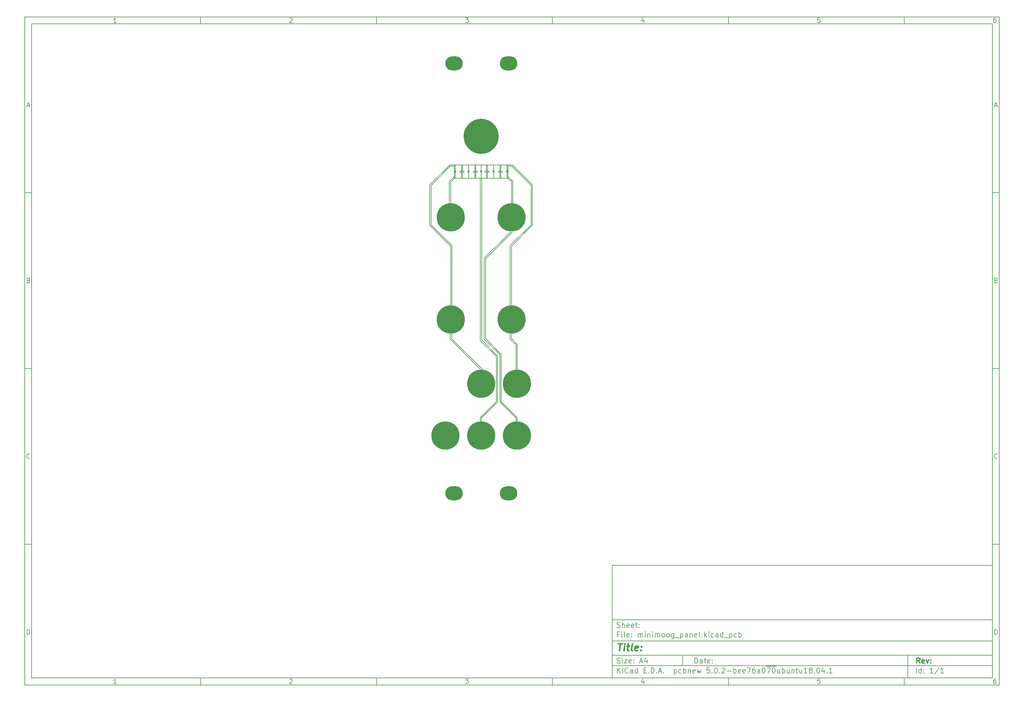
<source format=gbr>
G04 #@! TF.GenerationSoftware,KiCad,Pcbnew,5.0.2-bee76a0~70~ubuntu18.04.1*
G04 #@! TF.CreationDate,2019-05-07T20:11:16+10:00*
G04 #@! TF.ProjectId,minimoog_panel,6d696e69-6d6f-46f6-975f-70616e656c2e,rev?*
G04 #@! TF.SameCoordinates,Original*
G04 #@! TF.FileFunction,Copper,L2,Bot*
G04 #@! TF.FilePolarity,Positive*
%FSLAX46Y46*%
G04 Gerber Fmt 4.6, Leading zero omitted, Abs format (unit mm)*
G04 Created by KiCad (PCBNEW 5.0.2-bee76a0~70~ubuntu18.04.1) date Tue 07 May 2019 20:11:16 AEST*
%MOMM*%
%LPD*%
G01*
G04 APERTURE LIST*
%ADD10C,0.100000*%
%ADD11C,0.150000*%
%ADD12C,0.300000*%
%ADD13C,0.400000*%
G04 #@! TA.AperFunction,ComponentPad*
%ADD14O,5.000000X4.000000*%
G04 #@! TD*
G04 #@! TA.AperFunction,ComponentPad*
%ADD15C,8.000000*%
G04 #@! TD*
G04 #@! TA.AperFunction,ComponentPad*
%ADD16C,0.600000*%
G04 #@! TD*
G04 #@! TA.AperFunction,ComponentPad*
%ADD17C,10.000000*%
G04 #@! TD*
G04 #@! TA.AperFunction,ViaPad*
%ADD18C,0.600000*%
G04 #@! TD*
G04 #@! TA.AperFunction,Conductor*
%ADD19C,0.152400*%
G04 #@! TD*
G04 APERTURE END LIST*
D10*
D11*
X177002200Y-166007200D02*
X177002200Y-198007200D01*
X285002200Y-198007200D01*
X285002200Y-166007200D01*
X177002200Y-166007200D01*
D10*
D11*
X10000000Y-10000000D02*
X10000000Y-200007200D01*
X287002200Y-200007200D01*
X287002200Y-10000000D01*
X10000000Y-10000000D01*
D10*
D11*
X12000000Y-12000000D02*
X12000000Y-198007200D01*
X285002200Y-198007200D01*
X285002200Y-12000000D01*
X12000000Y-12000000D01*
D10*
D11*
X60000000Y-12000000D02*
X60000000Y-10000000D01*
D10*
D11*
X110000000Y-12000000D02*
X110000000Y-10000000D01*
D10*
D11*
X160000000Y-12000000D02*
X160000000Y-10000000D01*
D10*
D11*
X210000000Y-12000000D02*
X210000000Y-10000000D01*
D10*
D11*
X260000000Y-12000000D02*
X260000000Y-10000000D01*
D10*
D11*
X36065476Y-11588095D02*
X35322619Y-11588095D01*
X35694047Y-11588095D02*
X35694047Y-10288095D01*
X35570238Y-10473809D01*
X35446428Y-10597619D01*
X35322619Y-10659523D01*
D10*
D11*
X85322619Y-10411904D02*
X85384523Y-10350000D01*
X85508333Y-10288095D01*
X85817857Y-10288095D01*
X85941666Y-10350000D01*
X86003571Y-10411904D01*
X86065476Y-10535714D01*
X86065476Y-10659523D01*
X86003571Y-10845238D01*
X85260714Y-11588095D01*
X86065476Y-11588095D01*
D10*
D11*
X135260714Y-10288095D02*
X136065476Y-10288095D01*
X135632142Y-10783333D01*
X135817857Y-10783333D01*
X135941666Y-10845238D01*
X136003571Y-10907142D01*
X136065476Y-11030952D01*
X136065476Y-11340476D01*
X136003571Y-11464285D01*
X135941666Y-11526190D01*
X135817857Y-11588095D01*
X135446428Y-11588095D01*
X135322619Y-11526190D01*
X135260714Y-11464285D01*
D10*
D11*
X185941666Y-10721428D02*
X185941666Y-11588095D01*
X185632142Y-10226190D02*
X185322619Y-11154761D01*
X186127380Y-11154761D01*
D10*
D11*
X236003571Y-10288095D02*
X235384523Y-10288095D01*
X235322619Y-10907142D01*
X235384523Y-10845238D01*
X235508333Y-10783333D01*
X235817857Y-10783333D01*
X235941666Y-10845238D01*
X236003571Y-10907142D01*
X236065476Y-11030952D01*
X236065476Y-11340476D01*
X236003571Y-11464285D01*
X235941666Y-11526190D01*
X235817857Y-11588095D01*
X235508333Y-11588095D01*
X235384523Y-11526190D01*
X235322619Y-11464285D01*
D10*
D11*
X285941666Y-10288095D02*
X285694047Y-10288095D01*
X285570238Y-10350000D01*
X285508333Y-10411904D01*
X285384523Y-10597619D01*
X285322619Y-10845238D01*
X285322619Y-11340476D01*
X285384523Y-11464285D01*
X285446428Y-11526190D01*
X285570238Y-11588095D01*
X285817857Y-11588095D01*
X285941666Y-11526190D01*
X286003571Y-11464285D01*
X286065476Y-11340476D01*
X286065476Y-11030952D01*
X286003571Y-10907142D01*
X285941666Y-10845238D01*
X285817857Y-10783333D01*
X285570238Y-10783333D01*
X285446428Y-10845238D01*
X285384523Y-10907142D01*
X285322619Y-11030952D01*
D10*
D11*
X60000000Y-198007200D02*
X60000000Y-200007200D01*
D10*
D11*
X110000000Y-198007200D02*
X110000000Y-200007200D01*
D10*
D11*
X160000000Y-198007200D02*
X160000000Y-200007200D01*
D10*
D11*
X210000000Y-198007200D02*
X210000000Y-200007200D01*
D10*
D11*
X260000000Y-198007200D02*
X260000000Y-200007200D01*
D10*
D11*
X36065476Y-199595295D02*
X35322619Y-199595295D01*
X35694047Y-199595295D02*
X35694047Y-198295295D01*
X35570238Y-198481009D01*
X35446428Y-198604819D01*
X35322619Y-198666723D01*
D10*
D11*
X85322619Y-198419104D02*
X85384523Y-198357200D01*
X85508333Y-198295295D01*
X85817857Y-198295295D01*
X85941666Y-198357200D01*
X86003571Y-198419104D01*
X86065476Y-198542914D01*
X86065476Y-198666723D01*
X86003571Y-198852438D01*
X85260714Y-199595295D01*
X86065476Y-199595295D01*
D10*
D11*
X135260714Y-198295295D02*
X136065476Y-198295295D01*
X135632142Y-198790533D01*
X135817857Y-198790533D01*
X135941666Y-198852438D01*
X136003571Y-198914342D01*
X136065476Y-199038152D01*
X136065476Y-199347676D01*
X136003571Y-199471485D01*
X135941666Y-199533390D01*
X135817857Y-199595295D01*
X135446428Y-199595295D01*
X135322619Y-199533390D01*
X135260714Y-199471485D01*
D10*
D11*
X185941666Y-198728628D02*
X185941666Y-199595295D01*
X185632142Y-198233390D02*
X185322619Y-199161961D01*
X186127380Y-199161961D01*
D10*
D11*
X236003571Y-198295295D02*
X235384523Y-198295295D01*
X235322619Y-198914342D01*
X235384523Y-198852438D01*
X235508333Y-198790533D01*
X235817857Y-198790533D01*
X235941666Y-198852438D01*
X236003571Y-198914342D01*
X236065476Y-199038152D01*
X236065476Y-199347676D01*
X236003571Y-199471485D01*
X235941666Y-199533390D01*
X235817857Y-199595295D01*
X235508333Y-199595295D01*
X235384523Y-199533390D01*
X235322619Y-199471485D01*
D10*
D11*
X285941666Y-198295295D02*
X285694047Y-198295295D01*
X285570238Y-198357200D01*
X285508333Y-198419104D01*
X285384523Y-198604819D01*
X285322619Y-198852438D01*
X285322619Y-199347676D01*
X285384523Y-199471485D01*
X285446428Y-199533390D01*
X285570238Y-199595295D01*
X285817857Y-199595295D01*
X285941666Y-199533390D01*
X286003571Y-199471485D01*
X286065476Y-199347676D01*
X286065476Y-199038152D01*
X286003571Y-198914342D01*
X285941666Y-198852438D01*
X285817857Y-198790533D01*
X285570238Y-198790533D01*
X285446428Y-198852438D01*
X285384523Y-198914342D01*
X285322619Y-199038152D01*
D10*
D11*
X10000000Y-60000000D02*
X12000000Y-60000000D01*
D10*
D11*
X10000000Y-110000000D02*
X12000000Y-110000000D01*
D10*
D11*
X10000000Y-160000000D02*
X12000000Y-160000000D01*
D10*
D11*
X10690476Y-35216666D02*
X11309523Y-35216666D01*
X10566666Y-35588095D02*
X11000000Y-34288095D01*
X11433333Y-35588095D01*
D10*
D11*
X11092857Y-84907142D02*
X11278571Y-84969047D01*
X11340476Y-85030952D01*
X11402380Y-85154761D01*
X11402380Y-85340476D01*
X11340476Y-85464285D01*
X11278571Y-85526190D01*
X11154761Y-85588095D01*
X10659523Y-85588095D01*
X10659523Y-84288095D01*
X11092857Y-84288095D01*
X11216666Y-84350000D01*
X11278571Y-84411904D01*
X11340476Y-84535714D01*
X11340476Y-84659523D01*
X11278571Y-84783333D01*
X11216666Y-84845238D01*
X11092857Y-84907142D01*
X10659523Y-84907142D01*
D10*
D11*
X11402380Y-135464285D02*
X11340476Y-135526190D01*
X11154761Y-135588095D01*
X11030952Y-135588095D01*
X10845238Y-135526190D01*
X10721428Y-135402380D01*
X10659523Y-135278571D01*
X10597619Y-135030952D01*
X10597619Y-134845238D01*
X10659523Y-134597619D01*
X10721428Y-134473809D01*
X10845238Y-134350000D01*
X11030952Y-134288095D01*
X11154761Y-134288095D01*
X11340476Y-134350000D01*
X11402380Y-134411904D01*
D10*
D11*
X10659523Y-185588095D02*
X10659523Y-184288095D01*
X10969047Y-184288095D01*
X11154761Y-184350000D01*
X11278571Y-184473809D01*
X11340476Y-184597619D01*
X11402380Y-184845238D01*
X11402380Y-185030952D01*
X11340476Y-185278571D01*
X11278571Y-185402380D01*
X11154761Y-185526190D01*
X10969047Y-185588095D01*
X10659523Y-185588095D01*
D10*
D11*
X287002200Y-60000000D02*
X285002200Y-60000000D01*
D10*
D11*
X287002200Y-110000000D02*
X285002200Y-110000000D01*
D10*
D11*
X287002200Y-160000000D02*
X285002200Y-160000000D01*
D10*
D11*
X285692676Y-35216666D02*
X286311723Y-35216666D01*
X285568866Y-35588095D02*
X286002200Y-34288095D01*
X286435533Y-35588095D01*
D10*
D11*
X286095057Y-84907142D02*
X286280771Y-84969047D01*
X286342676Y-85030952D01*
X286404580Y-85154761D01*
X286404580Y-85340476D01*
X286342676Y-85464285D01*
X286280771Y-85526190D01*
X286156961Y-85588095D01*
X285661723Y-85588095D01*
X285661723Y-84288095D01*
X286095057Y-84288095D01*
X286218866Y-84350000D01*
X286280771Y-84411904D01*
X286342676Y-84535714D01*
X286342676Y-84659523D01*
X286280771Y-84783333D01*
X286218866Y-84845238D01*
X286095057Y-84907142D01*
X285661723Y-84907142D01*
D10*
D11*
X286404580Y-135464285D02*
X286342676Y-135526190D01*
X286156961Y-135588095D01*
X286033152Y-135588095D01*
X285847438Y-135526190D01*
X285723628Y-135402380D01*
X285661723Y-135278571D01*
X285599819Y-135030952D01*
X285599819Y-134845238D01*
X285661723Y-134597619D01*
X285723628Y-134473809D01*
X285847438Y-134350000D01*
X286033152Y-134288095D01*
X286156961Y-134288095D01*
X286342676Y-134350000D01*
X286404580Y-134411904D01*
D10*
D11*
X285661723Y-185588095D02*
X285661723Y-184288095D01*
X285971247Y-184288095D01*
X286156961Y-184350000D01*
X286280771Y-184473809D01*
X286342676Y-184597619D01*
X286404580Y-184845238D01*
X286404580Y-185030952D01*
X286342676Y-185278571D01*
X286280771Y-185402380D01*
X286156961Y-185526190D01*
X285971247Y-185588095D01*
X285661723Y-185588095D01*
D10*
D11*
X200434342Y-193785771D02*
X200434342Y-192285771D01*
X200791485Y-192285771D01*
X201005771Y-192357200D01*
X201148628Y-192500057D01*
X201220057Y-192642914D01*
X201291485Y-192928628D01*
X201291485Y-193142914D01*
X201220057Y-193428628D01*
X201148628Y-193571485D01*
X201005771Y-193714342D01*
X200791485Y-193785771D01*
X200434342Y-193785771D01*
X202577200Y-193785771D02*
X202577200Y-193000057D01*
X202505771Y-192857200D01*
X202362914Y-192785771D01*
X202077200Y-192785771D01*
X201934342Y-192857200D01*
X202577200Y-193714342D02*
X202434342Y-193785771D01*
X202077200Y-193785771D01*
X201934342Y-193714342D01*
X201862914Y-193571485D01*
X201862914Y-193428628D01*
X201934342Y-193285771D01*
X202077200Y-193214342D01*
X202434342Y-193214342D01*
X202577200Y-193142914D01*
X203077200Y-192785771D02*
X203648628Y-192785771D01*
X203291485Y-192285771D02*
X203291485Y-193571485D01*
X203362914Y-193714342D01*
X203505771Y-193785771D01*
X203648628Y-193785771D01*
X204720057Y-193714342D02*
X204577200Y-193785771D01*
X204291485Y-193785771D01*
X204148628Y-193714342D01*
X204077200Y-193571485D01*
X204077200Y-193000057D01*
X204148628Y-192857200D01*
X204291485Y-192785771D01*
X204577200Y-192785771D01*
X204720057Y-192857200D01*
X204791485Y-193000057D01*
X204791485Y-193142914D01*
X204077200Y-193285771D01*
X205434342Y-193642914D02*
X205505771Y-193714342D01*
X205434342Y-193785771D01*
X205362914Y-193714342D01*
X205434342Y-193642914D01*
X205434342Y-193785771D01*
X205434342Y-192857200D02*
X205505771Y-192928628D01*
X205434342Y-193000057D01*
X205362914Y-192928628D01*
X205434342Y-192857200D01*
X205434342Y-193000057D01*
D10*
D11*
X177002200Y-194507200D02*
X285002200Y-194507200D01*
D10*
D11*
X178434342Y-196585771D02*
X178434342Y-195085771D01*
X179291485Y-196585771D02*
X178648628Y-195728628D01*
X179291485Y-195085771D02*
X178434342Y-195942914D01*
X179934342Y-196585771D02*
X179934342Y-195585771D01*
X179934342Y-195085771D02*
X179862914Y-195157200D01*
X179934342Y-195228628D01*
X180005771Y-195157200D01*
X179934342Y-195085771D01*
X179934342Y-195228628D01*
X181505771Y-196442914D02*
X181434342Y-196514342D01*
X181220057Y-196585771D01*
X181077200Y-196585771D01*
X180862914Y-196514342D01*
X180720057Y-196371485D01*
X180648628Y-196228628D01*
X180577200Y-195942914D01*
X180577200Y-195728628D01*
X180648628Y-195442914D01*
X180720057Y-195300057D01*
X180862914Y-195157200D01*
X181077200Y-195085771D01*
X181220057Y-195085771D01*
X181434342Y-195157200D01*
X181505771Y-195228628D01*
X182791485Y-196585771D02*
X182791485Y-195800057D01*
X182720057Y-195657200D01*
X182577200Y-195585771D01*
X182291485Y-195585771D01*
X182148628Y-195657200D01*
X182791485Y-196514342D02*
X182648628Y-196585771D01*
X182291485Y-196585771D01*
X182148628Y-196514342D01*
X182077200Y-196371485D01*
X182077200Y-196228628D01*
X182148628Y-196085771D01*
X182291485Y-196014342D01*
X182648628Y-196014342D01*
X182791485Y-195942914D01*
X184148628Y-196585771D02*
X184148628Y-195085771D01*
X184148628Y-196514342D02*
X184005771Y-196585771D01*
X183720057Y-196585771D01*
X183577200Y-196514342D01*
X183505771Y-196442914D01*
X183434342Y-196300057D01*
X183434342Y-195871485D01*
X183505771Y-195728628D01*
X183577200Y-195657200D01*
X183720057Y-195585771D01*
X184005771Y-195585771D01*
X184148628Y-195657200D01*
X186005771Y-195800057D02*
X186505771Y-195800057D01*
X186720057Y-196585771D02*
X186005771Y-196585771D01*
X186005771Y-195085771D01*
X186720057Y-195085771D01*
X187362914Y-196442914D02*
X187434342Y-196514342D01*
X187362914Y-196585771D01*
X187291485Y-196514342D01*
X187362914Y-196442914D01*
X187362914Y-196585771D01*
X188077200Y-196585771D02*
X188077200Y-195085771D01*
X188434342Y-195085771D01*
X188648628Y-195157200D01*
X188791485Y-195300057D01*
X188862914Y-195442914D01*
X188934342Y-195728628D01*
X188934342Y-195942914D01*
X188862914Y-196228628D01*
X188791485Y-196371485D01*
X188648628Y-196514342D01*
X188434342Y-196585771D01*
X188077200Y-196585771D01*
X189577200Y-196442914D02*
X189648628Y-196514342D01*
X189577200Y-196585771D01*
X189505771Y-196514342D01*
X189577200Y-196442914D01*
X189577200Y-196585771D01*
X190220057Y-196157200D02*
X190934342Y-196157200D01*
X190077200Y-196585771D02*
X190577200Y-195085771D01*
X191077200Y-196585771D01*
X191577200Y-196442914D02*
X191648628Y-196514342D01*
X191577200Y-196585771D01*
X191505771Y-196514342D01*
X191577200Y-196442914D01*
X191577200Y-196585771D01*
X194577200Y-195585771D02*
X194577200Y-197085771D01*
X194577200Y-195657200D02*
X194720057Y-195585771D01*
X195005771Y-195585771D01*
X195148628Y-195657200D01*
X195220057Y-195728628D01*
X195291485Y-195871485D01*
X195291485Y-196300057D01*
X195220057Y-196442914D01*
X195148628Y-196514342D01*
X195005771Y-196585771D01*
X194720057Y-196585771D01*
X194577200Y-196514342D01*
X196577200Y-196514342D02*
X196434342Y-196585771D01*
X196148628Y-196585771D01*
X196005771Y-196514342D01*
X195934342Y-196442914D01*
X195862914Y-196300057D01*
X195862914Y-195871485D01*
X195934342Y-195728628D01*
X196005771Y-195657200D01*
X196148628Y-195585771D01*
X196434342Y-195585771D01*
X196577200Y-195657200D01*
X197220057Y-196585771D02*
X197220057Y-195085771D01*
X197220057Y-195657200D02*
X197362914Y-195585771D01*
X197648628Y-195585771D01*
X197791485Y-195657200D01*
X197862914Y-195728628D01*
X197934342Y-195871485D01*
X197934342Y-196300057D01*
X197862914Y-196442914D01*
X197791485Y-196514342D01*
X197648628Y-196585771D01*
X197362914Y-196585771D01*
X197220057Y-196514342D01*
X198577200Y-195585771D02*
X198577200Y-196585771D01*
X198577200Y-195728628D02*
X198648628Y-195657200D01*
X198791485Y-195585771D01*
X199005771Y-195585771D01*
X199148628Y-195657200D01*
X199220057Y-195800057D01*
X199220057Y-196585771D01*
X200505771Y-196514342D02*
X200362914Y-196585771D01*
X200077200Y-196585771D01*
X199934342Y-196514342D01*
X199862914Y-196371485D01*
X199862914Y-195800057D01*
X199934342Y-195657200D01*
X200077200Y-195585771D01*
X200362914Y-195585771D01*
X200505771Y-195657200D01*
X200577200Y-195800057D01*
X200577200Y-195942914D01*
X199862914Y-196085771D01*
X201077200Y-195585771D02*
X201362914Y-196585771D01*
X201648628Y-195871485D01*
X201934342Y-196585771D01*
X202220057Y-195585771D01*
X204648628Y-195085771D02*
X203934342Y-195085771D01*
X203862914Y-195800057D01*
X203934342Y-195728628D01*
X204077200Y-195657200D01*
X204434342Y-195657200D01*
X204577200Y-195728628D01*
X204648628Y-195800057D01*
X204720057Y-195942914D01*
X204720057Y-196300057D01*
X204648628Y-196442914D01*
X204577200Y-196514342D01*
X204434342Y-196585771D01*
X204077200Y-196585771D01*
X203934342Y-196514342D01*
X203862914Y-196442914D01*
X205362914Y-196442914D02*
X205434342Y-196514342D01*
X205362914Y-196585771D01*
X205291485Y-196514342D01*
X205362914Y-196442914D01*
X205362914Y-196585771D01*
X206362914Y-195085771D02*
X206505771Y-195085771D01*
X206648628Y-195157200D01*
X206720057Y-195228628D01*
X206791485Y-195371485D01*
X206862914Y-195657200D01*
X206862914Y-196014342D01*
X206791485Y-196300057D01*
X206720057Y-196442914D01*
X206648628Y-196514342D01*
X206505771Y-196585771D01*
X206362914Y-196585771D01*
X206220057Y-196514342D01*
X206148628Y-196442914D01*
X206077200Y-196300057D01*
X206005771Y-196014342D01*
X206005771Y-195657200D01*
X206077200Y-195371485D01*
X206148628Y-195228628D01*
X206220057Y-195157200D01*
X206362914Y-195085771D01*
X207505771Y-196442914D02*
X207577200Y-196514342D01*
X207505771Y-196585771D01*
X207434342Y-196514342D01*
X207505771Y-196442914D01*
X207505771Y-196585771D01*
X208148628Y-195228628D02*
X208220057Y-195157200D01*
X208362914Y-195085771D01*
X208720057Y-195085771D01*
X208862914Y-195157200D01*
X208934342Y-195228628D01*
X209005771Y-195371485D01*
X209005771Y-195514342D01*
X208934342Y-195728628D01*
X208077200Y-196585771D01*
X209005771Y-196585771D01*
X209648628Y-196014342D02*
X210791485Y-196014342D01*
X211505771Y-196585771D02*
X211505771Y-195085771D01*
X211505771Y-195657200D02*
X211648628Y-195585771D01*
X211934342Y-195585771D01*
X212077200Y-195657200D01*
X212148628Y-195728628D01*
X212220057Y-195871485D01*
X212220057Y-196300057D01*
X212148628Y-196442914D01*
X212077200Y-196514342D01*
X211934342Y-196585771D01*
X211648628Y-196585771D01*
X211505771Y-196514342D01*
X213434342Y-196514342D02*
X213291485Y-196585771D01*
X213005771Y-196585771D01*
X212862914Y-196514342D01*
X212791485Y-196371485D01*
X212791485Y-195800057D01*
X212862914Y-195657200D01*
X213005771Y-195585771D01*
X213291485Y-195585771D01*
X213434342Y-195657200D01*
X213505771Y-195800057D01*
X213505771Y-195942914D01*
X212791485Y-196085771D01*
X214720057Y-196514342D02*
X214577200Y-196585771D01*
X214291485Y-196585771D01*
X214148628Y-196514342D01*
X214077200Y-196371485D01*
X214077200Y-195800057D01*
X214148628Y-195657200D01*
X214291485Y-195585771D01*
X214577200Y-195585771D01*
X214720057Y-195657200D01*
X214791485Y-195800057D01*
X214791485Y-195942914D01*
X214077200Y-196085771D01*
X215291485Y-195085771D02*
X216291485Y-195085771D01*
X215648628Y-196585771D01*
X217505771Y-195085771D02*
X217220057Y-195085771D01*
X217077200Y-195157200D01*
X217005771Y-195228628D01*
X216862914Y-195442914D01*
X216791485Y-195728628D01*
X216791485Y-196300057D01*
X216862914Y-196442914D01*
X216934342Y-196514342D01*
X217077200Y-196585771D01*
X217362914Y-196585771D01*
X217505771Y-196514342D01*
X217577200Y-196442914D01*
X217648628Y-196300057D01*
X217648628Y-195942914D01*
X217577200Y-195800057D01*
X217505771Y-195728628D01*
X217362914Y-195657200D01*
X217077200Y-195657200D01*
X216934342Y-195728628D01*
X216862914Y-195800057D01*
X216791485Y-195942914D01*
X218934342Y-196585771D02*
X218934342Y-195800057D01*
X218862914Y-195657200D01*
X218720057Y-195585771D01*
X218434342Y-195585771D01*
X218291485Y-195657200D01*
X218934342Y-196514342D02*
X218791485Y-196585771D01*
X218434342Y-196585771D01*
X218291485Y-196514342D01*
X218220057Y-196371485D01*
X218220057Y-196228628D01*
X218291485Y-196085771D01*
X218434342Y-196014342D01*
X218791485Y-196014342D01*
X218934342Y-195942914D01*
X219934342Y-195085771D02*
X220077200Y-195085771D01*
X220220057Y-195157200D01*
X220291485Y-195228628D01*
X220362914Y-195371485D01*
X220434342Y-195657200D01*
X220434342Y-196014342D01*
X220362914Y-196300057D01*
X220291485Y-196442914D01*
X220220057Y-196514342D01*
X220077200Y-196585771D01*
X219934342Y-196585771D01*
X219791485Y-196514342D01*
X219720057Y-196442914D01*
X219648628Y-196300057D01*
X219577200Y-196014342D01*
X219577200Y-195657200D01*
X219648628Y-195371485D01*
X219720057Y-195228628D01*
X219791485Y-195157200D01*
X219934342Y-195085771D01*
X220720057Y-194677200D02*
X222148628Y-194677200D01*
X220934342Y-195085771D02*
X221934342Y-195085771D01*
X221291485Y-196585771D01*
X222148628Y-194677200D02*
X223577200Y-194677200D01*
X222791485Y-195085771D02*
X222934342Y-195085771D01*
X223077200Y-195157200D01*
X223148628Y-195228628D01*
X223220057Y-195371485D01*
X223291485Y-195657200D01*
X223291485Y-196014342D01*
X223220057Y-196300057D01*
X223148628Y-196442914D01*
X223077200Y-196514342D01*
X222934342Y-196585771D01*
X222791485Y-196585771D01*
X222648628Y-196514342D01*
X222577200Y-196442914D01*
X222505771Y-196300057D01*
X222434342Y-196014342D01*
X222434342Y-195657200D01*
X222505771Y-195371485D01*
X222577200Y-195228628D01*
X222648628Y-195157200D01*
X222791485Y-195085771D01*
X224577200Y-195585771D02*
X224577200Y-196585771D01*
X223934342Y-195585771D02*
X223934342Y-196371485D01*
X224005771Y-196514342D01*
X224148628Y-196585771D01*
X224362914Y-196585771D01*
X224505771Y-196514342D01*
X224577200Y-196442914D01*
X225291485Y-196585771D02*
X225291485Y-195085771D01*
X225291485Y-195657200D02*
X225434342Y-195585771D01*
X225720057Y-195585771D01*
X225862914Y-195657200D01*
X225934342Y-195728628D01*
X226005771Y-195871485D01*
X226005771Y-196300057D01*
X225934342Y-196442914D01*
X225862914Y-196514342D01*
X225720057Y-196585771D01*
X225434342Y-196585771D01*
X225291485Y-196514342D01*
X227291485Y-195585771D02*
X227291485Y-196585771D01*
X226648628Y-195585771D02*
X226648628Y-196371485D01*
X226720057Y-196514342D01*
X226862914Y-196585771D01*
X227077200Y-196585771D01*
X227220057Y-196514342D01*
X227291485Y-196442914D01*
X228005771Y-195585771D02*
X228005771Y-196585771D01*
X228005771Y-195728628D02*
X228077200Y-195657200D01*
X228220057Y-195585771D01*
X228434342Y-195585771D01*
X228577200Y-195657200D01*
X228648628Y-195800057D01*
X228648628Y-196585771D01*
X229148628Y-195585771D02*
X229720057Y-195585771D01*
X229362914Y-195085771D02*
X229362914Y-196371485D01*
X229434342Y-196514342D01*
X229577200Y-196585771D01*
X229720057Y-196585771D01*
X230862914Y-195585771D02*
X230862914Y-196585771D01*
X230220057Y-195585771D02*
X230220057Y-196371485D01*
X230291485Y-196514342D01*
X230434342Y-196585771D01*
X230648628Y-196585771D01*
X230791485Y-196514342D01*
X230862914Y-196442914D01*
X232362914Y-196585771D02*
X231505771Y-196585771D01*
X231934342Y-196585771D02*
X231934342Y-195085771D01*
X231791485Y-195300057D01*
X231648628Y-195442914D01*
X231505771Y-195514342D01*
X233220057Y-195728628D02*
X233077200Y-195657200D01*
X233005771Y-195585771D01*
X232934342Y-195442914D01*
X232934342Y-195371485D01*
X233005771Y-195228628D01*
X233077200Y-195157200D01*
X233220057Y-195085771D01*
X233505771Y-195085771D01*
X233648628Y-195157200D01*
X233720057Y-195228628D01*
X233791485Y-195371485D01*
X233791485Y-195442914D01*
X233720057Y-195585771D01*
X233648628Y-195657200D01*
X233505771Y-195728628D01*
X233220057Y-195728628D01*
X233077200Y-195800057D01*
X233005771Y-195871485D01*
X232934342Y-196014342D01*
X232934342Y-196300057D01*
X233005771Y-196442914D01*
X233077200Y-196514342D01*
X233220057Y-196585771D01*
X233505771Y-196585771D01*
X233648628Y-196514342D01*
X233720057Y-196442914D01*
X233791485Y-196300057D01*
X233791485Y-196014342D01*
X233720057Y-195871485D01*
X233648628Y-195800057D01*
X233505771Y-195728628D01*
X234434342Y-196442914D02*
X234505771Y-196514342D01*
X234434342Y-196585771D01*
X234362914Y-196514342D01*
X234434342Y-196442914D01*
X234434342Y-196585771D01*
X235434342Y-195085771D02*
X235577200Y-195085771D01*
X235720057Y-195157200D01*
X235791485Y-195228628D01*
X235862914Y-195371485D01*
X235934342Y-195657200D01*
X235934342Y-196014342D01*
X235862914Y-196300057D01*
X235791485Y-196442914D01*
X235720057Y-196514342D01*
X235577200Y-196585771D01*
X235434342Y-196585771D01*
X235291485Y-196514342D01*
X235220057Y-196442914D01*
X235148628Y-196300057D01*
X235077200Y-196014342D01*
X235077200Y-195657200D01*
X235148628Y-195371485D01*
X235220057Y-195228628D01*
X235291485Y-195157200D01*
X235434342Y-195085771D01*
X237220057Y-195585771D02*
X237220057Y-196585771D01*
X236862914Y-195014342D02*
X236505771Y-196085771D01*
X237434342Y-196085771D01*
X238005771Y-196442914D02*
X238077199Y-196514342D01*
X238005771Y-196585771D01*
X237934342Y-196514342D01*
X238005771Y-196442914D01*
X238005771Y-196585771D01*
X239505771Y-196585771D02*
X238648628Y-196585771D01*
X239077200Y-196585771D02*
X239077200Y-195085771D01*
X238934342Y-195300057D01*
X238791485Y-195442914D01*
X238648628Y-195514342D01*
D10*
D11*
X177002200Y-191507200D02*
X285002200Y-191507200D01*
D10*
D12*
X264411485Y-193785771D02*
X263911485Y-193071485D01*
X263554342Y-193785771D02*
X263554342Y-192285771D01*
X264125771Y-192285771D01*
X264268628Y-192357200D01*
X264340057Y-192428628D01*
X264411485Y-192571485D01*
X264411485Y-192785771D01*
X264340057Y-192928628D01*
X264268628Y-193000057D01*
X264125771Y-193071485D01*
X263554342Y-193071485D01*
X265625771Y-193714342D02*
X265482914Y-193785771D01*
X265197200Y-193785771D01*
X265054342Y-193714342D01*
X264982914Y-193571485D01*
X264982914Y-193000057D01*
X265054342Y-192857200D01*
X265197200Y-192785771D01*
X265482914Y-192785771D01*
X265625771Y-192857200D01*
X265697200Y-193000057D01*
X265697200Y-193142914D01*
X264982914Y-193285771D01*
X266197200Y-192785771D02*
X266554342Y-193785771D01*
X266911485Y-192785771D01*
X267482914Y-193642914D02*
X267554342Y-193714342D01*
X267482914Y-193785771D01*
X267411485Y-193714342D01*
X267482914Y-193642914D01*
X267482914Y-193785771D01*
X267482914Y-192857200D02*
X267554342Y-192928628D01*
X267482914Y-193000057D01*
X267411485Y-192928628D01*
X267482914Y-192857200D01*
X267482914Y-193000057D01*
D10*
D11*
X178362914Y-193714342D02*
X178577200Y-193785771D01*
X178934342Y-193785771D01*
X179077200Y-193714342D01*
X179148628Y-193642914D01*
X179220057Y-193500057D01*
X179220057Y-193357200D01*
X179148628Y-193214342D01*
X179077200Y-193142914D01*
X178934342Y-193071485D01*
X178648628Y-193000057D01*
X178505771Y-192928628D01*
X178434342Y-192857200D01*
X178362914Y-192714342D01*
X178362914Y-192571485D01*
X178434342Y-192428628D01*
X178505771Y-192357200D01*
X178648628Y-192285771D01*
X179005771Y-192285771D01*
X179220057Y-192357200D01*
X179862914Y-193785771D02*
X179862914Y-192785771D01*
X179862914Y-192285771D02*
X179791485Y-192357200D01*
X179862914Y-192428628D01*
X179934342Y-192357200D01*
X179862914Y-192285771D01*
X179862914Y-192428628D01*
X180434342Y-192785771D02*
X181220057Y-192785771D01*
X180434342Y-193785771D01*
X181220057Y-193785771D01*
X182362914Y-193714342D02*
X182220057Y-193785771D01*
X181934342Y-193785771D01*
X181791485Y-193714342D01*
X181720057Y-193571485D01*
X181720057Y-193000057D01*
X181791485Y-192857200D01*
X181934342Y-192785771D01*
X182220057Y-192785771D01*
X182362914Y-192857200D01*
X182434342Y-193000057D01*
X182434342Y-193142914D01*
X181720057Y-193285771D01*
X183077200Y-193642914D02*
X183148628Y-193714342D01*
X183077200Y-193785771D01*
X183005771Y-193714342D01*
X183077200Y-193642914D01*
X183077200Y-193785771D01*
X183077200Y-192857200D02*
X183148628Y-192928628D01*
X183077200Y-193000057D01*
X183005771Y-192928628D01*
X183077200Y-192857200D01*
X183077200Y-193000057D01*
X184862914Y-193357200D02*
X185577200Y-193357200D01*
X184720057Y-193785771D02*
X185220057Y-192285771D01*
X185720057Y-193785771D01*
X186862914Y-192785771D02*
X186862914Y-193785771D01*
X186505771Y-192214342D02*
X186148628Y-193285771D01*
X187077200Y-193285771D01*
D10*
D11*
X263434342Y-196585771D02*
X263434342Y-195085771D01*
X264791485Y-196585771D02*
X264791485Y-195085771D01*
X264791485Y-196514342D02*
X264648628Y-196585771D01*
X264362914Y-196585771D01*
X264220057Y-196514342D01*
X264148628Y-196442914D01*
X264077200Y-196300057D01*
X264077200Y-195871485D01*
X264148628Y-195728628D01*
X264220057Y-195657200D01*
X264362914Y-195585771D01*
X264648628Y-195585771D01*
X264791485Y-195657200D01*
X265505771Y-196442914D02*
X265577200Y-196514342D01*
X265505771Y-196585771D01*
X265434342Y-196514342D01*
X265505771Y-196442914D01*
X265505771Y-196585771D01*
X265505771Y-195657200D02*
X265577200Y-195728628D01*
X265505771Y-195800057D01*
X265434342Y-195728628D01*
X265505771Y-195657200D01*
X265505771Y-195800057D01*
X268148628Y-196585771D02*
X267291485Y-196585771D01*
X267720057Y-196585771D02*
X267720057Y-195085771D01*
X267577200Y-195300057D01*
X267434342Y-195442914D01*
X267291485Y-195514342D01*
X269862914Y-195014342D02*
X268577200Y-196942914D01*
X271148628Y-196585771D02*
X270291485Y-196585771D01*
X270720057Y-196585771D02*
X270720057Y-195085771D01*
X270577200Y-195300057D01*
X270434342Y-195442914D01*
X270291485Y-195514342D01*
D10*
D11*
X177002200Y-187507200D02*
X285002200Y-187507200D01*
D10*
D13*
X178714580Y-188211961D02*
X179857438Y-188211961D01*
X179036009Y-190211961D02*
X179286009Y-188211961D01*
X180274104Y-190211961D02*
X180440771Y-188878628D01*
X180524104Y-188211961D02*
X180416961Y-188307200D01*
X180500295Y-188402438D01*
X180607438Y-188307200D01*
X180524104Y-188211961D01*
X180500295Y-188402438D01*
X181107438Y-188878628D02*
X181869342Y-188878628D01*
X181476485Y-188211961D02*
X181262200Y-189926247D01*
X181333628Y-190116723D01*
X181512200Y-190211961D01*
X181702676Y-190211961D01*
X182655057Y-190211961D02*
X182476485Y-190116723D01*
X182405057Y-189926247D01*
X182619342Y-188211961D01*
X184190771Y-190116723D02*
X183988390Y-190211961D01*
X183607438Y-190211961D01*
X183428866Y-190116723D01*
X183357438Y-189926247D01*
X183452676Y-189164342D01*
X183571723Y-188973866D01*
X183774104Y-188878628D01*
X184155057Y-188878628D01*
X184333628Y-188973866D01*
X184405057Y-189164342D01*
X184381247Y-189354819D01*
X183405057Y-189545295D01*
X185155057Y-190021485D02*
X185238390Y-190116723D01*
X185131247Y-190211961D01*
X185047914Y-190116723D01*
X185155057Y-190021485D01*
X185131247Y-190211961D01*
X185286009Y-188973866D02*
X185369342Y-189069104D01*
X185262200Y-189164342D01*
X185178866Y-189069104D01*
X185286009Y-188973866D01*
X185262200Y-189164342D01*
D10*
D11*
X178934342Y-185600057D02*
X178434342Y-185600057D01*
X178434342Y-186385771D02*
X178434342Y-184885771D01*
X179148628Y-184885771D01*
X179720057Y-186385771D02*
X179720057Y-185385771D01*
X179720057Y-184885771D02*
X179648628Y-184957200D01*
X179720057Y-185028628D01*
X179791485Y-184957200D01*
X179720057Y-184885771D01*
X179720057Y-185028628D01*
X180648628Y-186385771D02*
X180505771Y-186314342D01*
X180434342Y-186171485D01*
X180434342Y-184885771D01*
X181791485Y-186314342D02*
X181648628Y-186385771D01*
X181362914Y-186385771D01*
X181220057Y-186314342D01*
X181148628Y-186171485D01*
X181148628Y-185600057D01*
X181220057Y-185457200D01*
X181362914Y-185385771D01*
X181648628Y-185385771D01*
X181791485Y-185457200D01*
X181862914Y-185600057D01*
X181862914Y-185742914D01*
X181148628Y-185885771D01*
X182505771Y-186242914D02*
X182577200Y-186314342D01*
X182505771Y-186385771D01*
X182434342Y-186314342D01*
X182505771Y-186242914D01*
X182505771Y-186385771D01*
X182505771Y-185457200D02*
X182577200Y-185528628D01*
X182505771Y-185600057D01*
X182434342Y-185528628D01*
X182505771Y-185457200D01*
X182505771Y-185600057D01*
X184362914Y-186385771D02*
X184362914Y-185385771D01*
X184362914Y-185528628D02*
X184434342Y-185457200D01*
X184577200Y-185385771D01*
X184791485Y-185385771D01*
X184934342Y-185457200D01*
X185005771Y-185600057D01*
X185005771Y-186385771D01*
X185005771Y-185600057D02*
X185077200Y-185457200D01*
X185220057Y-185385771D01*
X185434342Y-185385771D01*
X185577200Y-185457200D01*
X185648628Y-185600057D01*
X185648628Y-186385771D01*
X186362914Y-186385771D02*
X186362914Y-185385771D01*
X186362914Y-184885771D02*
X186291485Y-184957200D01*
X186362914Y-185028628D01*
X186434342Y-184957200D01*
X186362914Y-184885771D01*
X186362914Y-185028628D01*
X187077200Y-185385771D02*
X187077200Y-186385771D01*
X187077200Y-185528628D02*
X187148628Y-185457200D01*
X187291485Y-185385771D01*
X187505771Y-185385771D01*
X187648628Y-185457200D01*
X187720057Y-185600057D01*
X187720057Y-186385771D01*
X188434342Y-186385771D02*
X188434342Y-185385771D01*
X188434342Y-184885771D02*
X188362914Y-184957200D01*
X188434342Y-185028628D01*
X188505771Y-184957200D01*
X188434342Y-184885771D01*
X188434342Y-185028628D01*
X189148628Y-186385771D02*
X189148628Y-185385771D01*
X189148628Y-185528628D02*
X189220057Y-185457200D01*
X189362914Y-185385771D01*
X189577200Y-185385771D01*
X189720057Y-185457200D01*
X189791485Y-185600057D01*
X189791485Y-186385771D01*
X189791485Y-185600057D02*
X189862914Y-185457200D01*
X190005771Y-185385771D01*
X190220057Y-185385771D01*
X190362914Y-185457200D01*
X190434342Y-185600057D01*
X190434342Y-186385771D01*
X191362914Y-186385771D02*
X191220057Y-186314342D01*
X191148628Y-186242914D01*
X191077200Y-186100057D01*
X191077200Y-185671485D01*
X191148628Y-185528628D01*
X191220057Y-185457200D01*
X191362914Y-185385771D01*
X191577200Y-185385771D01*
X191720057Y-185457200D01*
X191791485Y-185528628D01*
X191862914Y-185671485D01*
X191862914Y-186100057D01*
X191791485Y-186242914D01*
X191720057Y-186314342D01*
X191577200Y-186385771D01*
X191362914Y-186385771D01*
X192720057Y-186385771D02*
X192577200Y-186314342D01*
X192505771Y-186242914D01*
X192434342Y-186100057D01*
X192434342Y-185671485D01*
X192505771Y-185528628D01*
X192577200Y-185457200D01*
X192720057Y-185385771D01*
X192934342Y-185385771D01*
X193077200Y-185457200D01*
X193148628Y-185528628D01*
X193220057Y-185671485D01*
X193220057Y-186100057D01*
X193148628Y-186242914D01*
X193077200Y-186314342D01*
X192934342Y-186385771D01*
X192720057Y-186385771D01*
X194505771Y-185385771D02*
X194505771Y-186600057D01*
X194434342Y-186742914D01*
X194362914Y-186814342D01*
X194220057Y-186885771D01*
X194005771Y-186885771D01*
X193862914Y-186814342D01*
X194505771Y-186314342D02*
X194362914Y-186385771D01*
X194077200Y-186385771D01*
X193934342Y-186314342D01*
X193862914Y-186242914D01*
X193791485Y-186100057D01*
X193791485Y-185671485D01*
X193862914Y-185528628D01*
X193934342Y-185457200D01*
X194077200Y-185385771D01*
X194362914Y-185385771D01*
X194505771Y-185457200D01*
X194862914Y-186528628D02*
X196005771Y-186528628D01*
X196362914Y-185385771D02*
X196362914Y-186885771D01*
X196362914Y-185457200D02*
X196505771Y-185385771D01*
X196791485Y-185385771D01*
X196934342Y-185457200D01*
X197005771Y-185528628D01*
X197077200Y-185671485D01*
X197077200Y-186100057D01*
X197005771Y-186242914D01*
X196934342Y-186314342D01*
X196791485Y-186385771D01*
X196505771Y-186385771D01*
X196362914Y-186314342D01*
X198362914Y-186385771D02*
X198362914Y-185600057D01*
X198291485Y-185457200D01*
X198148628Y-185385771D01*
X197862914Y-185385771D01*
X197720057Y-185457200D01*
X198362914Y-186314342D02*
X198220057Y-186385771D01*
X197862914Y-186385771D01*
X197720057Y-186314342D01*
X197648628Y-186171485D01*
X197648628Y-186028628D01*
X197720057Y-185885771D01*
X197862914Y-185814342D01*
X198220057Y-185814342D01*
X198362914Y-185742914D01*
X199077200Y-185385771D02*
X199077200Y-186385771D01*
X199077200Y-185528628D02*
X199148628Y-185457200D01*
X199291485Y-185385771D01*
X199505771Y-185385771D01*
X199648628Y-185457200D01*
X199720057Y-185600057D01*
X199720057Y-186385771D01*
X201005771Y-186314342D02*
X200862914Y-186385771D01*
X200577200Y-186385771D01*
X200434342Y-186314342D01*
X200362914Y-186171485D01*
X200362914Y-185600057D01*
X200434342Y-185457200D01*
X200577200Y-185385771D01*
X200862914Y-185385771D01*
X201005771Y-185457200D01*
X201077200Y-185600057D01*
X201077200Y-185742914D01*
X200362914Y-185885771D01*
X201934342Y-186385771D02*
X201791485Y-186314342D01*
X201720057Y-186171485D01*
X201720057Y-184885771D01*
X202505771Y-186242914D02*
X202577200Y-186314342D01*
X202505771Y-186385771D01*
X202434342Y-186314342D01*
X202505771Y-186242914D01*
X202505771Y-186385771D01*
X203220057Y-186385771D02*
X203220057Y-184885771D01*
X203362914Y-185814342D02*
X203791485Y-186385771D01*
X203791485Y-185385771D02*
X203220057Y-185957200D01*
X204434342Y-186385771D02*
X204434342Y-185385771D01*
X204434342Y-184885771D02*
X204362914Y-184957200D01*
X204434342Y-185028628D01*
X204505771Y-184957200D01*
X204434342Y-184885771D01*
X204434342Y-185028628D01*
X205791485Y-186314342D02*
X205648628Y-186385771D01*
X205362914Y-186385771D01*
X205220057Y-186314342D01*
X205148628Y-186242914D01*
X205077200Y-186100057D01*
X205077200Y-185671485D01*
X205148628Y-185528628D01*
X205220057Y-185457200D01*
X205362914Y-185385771D01*
X205648628Y-185385771D01*
X205791485Y-185457200D01*
X207077200Y-186385771D02*
X207077200Y-185600057D01*
X207005771Y-185457200D01*
X206862914Y-185385771D01*
X206577200Y-185385771D01*
X206434342Y-185457200D01*
X207077200Y-186314342D02*
X206934342Y-186385771D01*
X206577200Y-186385771D01*
X206434342Y-186314342D01*
X206362914Y-186171485D01*
X206362914Y-186028628D01*
X206434342Y-185885771D01*
X206577200Y-185814342D01*
X206934342Y-185814342D01*
X207077200Y-185742914D01*
X208434342Y-186385771D02*
X208434342Y-184885771D01*
X208434342Y-186314342D02*
X208291485Y-186385771D01*
X208005771Y-186385771D01*
X207862914Y-186314342D01*
X207791485Y-186242914D01*
X207720057Y-186100057D01*
X207720057Y-185671485D01*
X207791485Y-185528628D01*
X207862914Y-185457200D01*
X208005771Y-185385771D01*
X208291485Y-185385771D01*
X208434342Y-185457200D01*
X208791485Y-186528628D02*
X209934342Y-186528628D01*
X210291485Y-185385771D02*
X210291485Y-186885771D01*
X210291485Y-185457200D02*
X210434342Y-185385771D01*
X210720057Y-185385771D01*
X210862914Y-185457200D01*
X210934342Y-185528628D01*
X211005771Y-185671485D01*
X211005771Y-186100057D01*
X210934342Y-186242914D01*
X210862914Y-186314342D01*
X210720057Y-186385771D01*
X210434342Y-186385771D01*
X210291485Y-186314342D01*
X212291485Y-186314342D02*
X212148628Y-186385771D01*
X211862914Y-186385771D01*
X211720057Y-186314342D01*
X211648628Y-186242914D01*
X211577200Y-186100057D01*
X211577200Y-185671485D01*
X211648628Y-185528628D01*
X211720057Y-185457200D01*
X211862914Y-185385771D01*
X212148628Y-185385771D01*
X212291485Y-185457200D01*
X212934342Y-186385771D02*
X212934342Y-184885771D01*
X212934342Y-185457200D02*
X213077200Y-185385771D01*
X213362914Y-185385771D01*
X213505771Y-185457200D01*
X213577200Y-185528628D01*
X213648628Y-185671485D01*
X213648628Y-186100057D01*
X213577200Y-186242914D01*
X213505771Y-186314342D01*
X213362914Y-186385771D01*
X213077200Y-186385771D01*
X212934342Y-186314342D01*
D10*
D11*
X177002200Y-181507200D02*
X285002200Y-181507200D01*
D10*
D11*
X178362914Y-183614342D02*
X178577200Y-183685771D01*
X178934342Y-183685771D01*
X179077200Y-183614342D01*
X179148628Y-183542914D01*
X179220057Y-183400057D01*
X179220057Y-183257200D01*
X179148628Y-183114342D01*
X179077200Y-183042914D01*
X178934342Y-182971485D01*
X178648628Y-182900057D01*
X178505771Y-182828628D01*
X178434342Y-182757200D01*
X178362914Y-182614342D01*
X178362914Y-182471485D01*
X178434342Y-182328628D01*
X178505771Y-182257200D01*
X178648628Y-182185771D01*
X179005771Y-182185771D01*
X179220057Y-182257200D01*
X179862914Y-183685771D02*
X179862914Y-182185771D01*
X180505771Y-183685771D02*
X180505771Y-182900057D01*
X180434342Y-182757200D01*
X180291485Y-182685771D01*
X180077200Y-182685771D01*
X179934342Y-182757200D01*
X179862914Y-182828628D01*
X181791485Y-183614342D02*
X181648628Y-183685771D01*
X181362914Y-183685771D01*
X181220057Y-183614342D01*
X181148628Y-183471485D01*
X181148628Y-182900057D01*
X181220057Y-182757200D01*
X181362914Y-182685771D01*
X181648628Y-182685771D01*
X181791485Y-182757200D01*
X181862914Y-182900057D01*
X181862914Y-183042914D01*
X181148628Y-183185771D01*
X183077200Y-183614342D02*
X182934342Y-183685771D01*
X182648628Y-183685771D01*
X182505771Y-183614342D01*
X182434342Y-183471485D01*
X182434342Y-182900057D01*
X182505771Y-182757200D01*
X182648628Y-182685771D01*
X182934342Y-182685771D01*
X183077200Y-182757200D01*
X183148628Y-182900057D01*
X183148628Y-183042914D01*
X182434342Y-183185771D01*
X183577200Y-182685771D02*
X184148628Y-182685771D01*
X183791485Y-182185771D02*
X183791485Y-183471485D01*
X183862914Y-183614342D01*
X184005771Y-183685771D01*
X184148628Y-183685771D01*
X184648628Y-183542914D02*
X184720057Y-183614342D01*
X184648628Y-183685771D01*
X184577200Y-183614342D01*
X184648628Y-183542914D01*
X184648628Y-183685771D01*
X184648628Y-182757200D02*
X184720057Y-182828628D01*
X184648628Y-182900057D01*
X184577200Y-182828628D01*
X184648628Y-182757200D01*
X184648628Y-182900057D01*
D10*
D11*
X197002200Y-191507200D02*
X197002200Y-194507200D01*
D10*
D11*
X261002200Y-191507200D02*
X261002200Y-198007200D01*
D14*
G04 #@! TO.P,REF\002A\002A,1*
G04 #@! TO.N,N/C*
X147500000Y-23218000D03*
G04 #@! TD*
G04 #@! TO.P,REF\002A\002A,1*
G04 #@! TO.N,N/C*
X132000000Y-23218000D03*
G04 #@! TD*
G04 #@! TO.P,REF\002A\002A,1*
G04 #@! TO.N,N/C*
X147500000Y-145468000D03*
G04 #@! TD*
G04 #@! TO.P,REF\002A\002A,1*
G04 #@! TO.N,N/C*
X132000000Y-145468000D03*
G04 #@! TD*
D15*
G04 #@! TO.P,In 1,1*
G04 #@! TO.N,N/C*
X139700000Y-114300000D03*
D16*
G04 #@! TO.P,In 1,*
G04 #@! TO.N,*
X136144000Y-114300000D03*
X143256000Y-114300000D03*
X139700000Y-110744000D03*
X139700000Y-117856000D03*
X137160000Y-116840000D03*
X142240000Y-116840000D03*
X142240000Y-111760000D03*
X137160000Y-111760000D03*
G04 #@! TD*
G04 #@! TO.P,In 1,*
G04 #@! TO.N,*
X147320000Y-111760000D03*
X152400000Y-111760000D03*
X152400000Y-116840000D03*
X147320000Y-116840000D03*
X149860000Y-117856000D03*
X149860000Y-110744000D03*
X153416000Y-114300000D03*
X146304000Y-114300000D03*
D15*
G04 #@! TO.P,In 1,1*
G04 #@! TO.N,N/C*
X149860000Y-114300000D03*
G04 #@! TD*
G04 #@! TO.P,CV 1,1*
G04 #@! TO.N,N/C*
X148336000Y-66992500D03*
G04 #@! TD*
G04 #@! TO.P,Emphasis,1*
G04 #@! TO.N,N/C*
X131064000Y-66992500D03*
G04 #@! TD*
G04 #@! TO.P,In 1,1*
G04 #@! TO.N,N/C*
X148336000Y-96012000D03*
G04 #@! TD*
D16*
G04 #@! TO.P,CV 2,*
G04 #@! TO.N,*
X137160000Y-126492000D03*
X142240000Y-126492000D03*
X142240000Y-131572000D03*
X137160000Y-131572000D03*
X139700000Y-132588000D03*
X139700000Y-125476000D03*
X143256000Y-129032000D03*
X136144000Y-129032000D03*
D15*
G04 #@! TO.P,CV 2,1*
G04 #@! TO.N,N/C*
X139700000Y-129032000D03*
G04 #@! TD*
D16*
G04 #@! TO.P,Out,*
G04 #@! TO.N,*
X127000000Y-126492000D03*
X132080000Y-126492000D03*
X132080000Y-131572000D03*
X127000000Y-131572000D03*
X129540000Y-132588000D03*
X129540000Y-125476000D03*
X133096000Y-129032000D03*
X125984000Y-129032000D03*
D15*
G04 #@! TO.P,Out,1*
G04 #@! TO.N,N/C*
X129540000Y-129032000D03*
G04 #@! TD*
G04 #@! TO.P,CV 1,1*
G04 #@! TO.N,N/C*
X149860000Y-129032000D03*
D16*
G04 #@! TO.P,CV 1,*
G04 #@! TO.N,*
X146304000Y-129032000D03*
X153416000Y-129032000D03*
X149860000Y-125476000D03*
X149860000Y-132588000D03*
X147320000Y-131572000D03*
X152400000Y-131572000D03*
X152400000Y-126492000D03*
X147320000Y-126492000D03*
G04 #@! TD*
D15*
G04 #@! TO.P,In 2,1*
G04 #@! TO.N,N/C*
X131064000Y-96012000D03*
G04 #@! TD*
D17*
G04 #@! TO.P,Cutoff,1*
G04 #@! TO.N,N/C*
X139700000Y-44005500D03*
G04 #@! TD*
D18*
G04 #@! TO.N,*
X139700000Y-53975000D03*
X136144000Y-53975000D03*
X143256000Y-53975000D03*
X132334000Y-53975000D03*
X147066000Y-53975000D03*
G04 #@! TD*
D19*
G04 #@! TO.N,*
X148336000Y-60452000D02*
X148336000Y-56896000D01*
X148336000Y-56896000D02*
X147320000Y-55880000D01*
X146812000Y-52070000D02*
X143510000Y-52070000D01*
X146812000Y-55880000D02*
X143510000Y-55880000D01*
X139954000Y-55880000D02*
X143002000Y-55880000D01*
X139700000Y-55880000D02*
X139954000Y-55880000D01*
X139446000Y-55880000D02*
X139700000Y-55880000D01*
X139446000Y-52070000D02*
X136398000Y-52070000D01*
X139700000Y-52070000D02*
X139446000Y-52070000D01*
X134366000Y-52070000D02*
X134366000Y-53848000D01*
X134874000Y-53848000D02*
X134366000Y-53848000D01*
X135890000Y-52070000D02*
X134366000Y-52070000D01*
X134112000Y-53848000D02*
X134112000Y-52070000D01*
X134112000Y-53848000D02*
X133604000Y-53848000D01*
X134366000Y-53848000D02*
X134112000Y-53848000D01*
X134366000Y-54102000D02*
X134366000Y-55880000D01*
X134366000Y-54102000D02*
X134874000Y-54102000D01*
X134112000Y-54102000D02*
X134366000Y-54102000D01*
X133604000Y-54102000D02*
X134112000Y-54102000D01*
X134112000Y-55880000D02*
X134366000Y-55880000D01*
X134112000Y-55880000D02*
X134112000Y-54102000D01*
X132588000Y-55880000D02*
X134112000Y-55880000D01*
X145034000Y-54102000D02*
X145288000Y-54102000D01*
X145034000Y-55880000D02*
X145288000Y-55880000D01*
X145796000Y-53848000D02*
X145288000Y-53848000D01*
X145288000Y-54102000D02*
X145288000Y-55880000D01*
X145034000Y-55880000D02*
X145034000Y-54102000D01*
X145288000Y-52070000D02*
X145288000Y-53848000D01*
X145288000Y-53848000D02*
X145034000Y-53848000D01*
X144526000Y-54102000D02*
X145034000Y-54102000D01*
X145034000Y-53848000D02*
X144526000Y-53848000D01*
X145034000Y-53848000D02*
X145034000Y-52070000D01*
X145288000Y-54102000D02*
X145796000Y-54102000D01*
X139700000Y-55880000D02*
X139700000Y-53975000D01*
X137922000Y-54102000D02*
X138176000Y-54102000D01*
X137922000Y-55880000D02*
X138176000Y-55880000D01*
X138684000Y-53848000D02*
X138176000Y-53848000D01*
X138176000Y-54102000D02*
X138176000Y-55880000D01*
X137922000Y-55880000D02*
X137922000Y-54102000D01*
X138176000Y-52070000D02*
X138176000Y-53848000D01*
X138176000Y-53848000D02*
X137922000Y-53848000D01*
X137414000Y-54102000D02*
X137922000Y-54102000D01*
X137922000Y-53848000D02*
X137414000Y-53848000D01*
X137922000Y-53848000D02*
X137922000Y-52070000D01*
X138176000Y-54102000D02*
X138684000Y-54102000D01*
X141224000Y-54102000D02*
X141478000Y-54102000D01*
X141224000Y-55880000D02*
X141478000Y-55880000D01*
X141986000Y-53848000D02*
X141478000Y-53848000D01*
X141478000Y-54102000D02*
X141478000Y-55880000D01*
X141224000Y-55880000D02*
X141224000Y-54102000D01*
X141478000Y-52070000D02*
X141478000Y-53848000D01*
X141478000Y-53848000D02*
X141224000Y-53848000D01*
X140716000Y-54102000D02*
X141224000Y-54102000D01*
X141224000Y-53848000D02*
X140716000Y-53848000D01*
X141224000Y-53848000D02*
X141224000Y-52070000D01*
X141478000Y-54102000D02*
X141986000Y-54102000D01*
X136144000Y-55880000D02*
X136144000Y-53975000D01*
X136398000Y-52070000D02*
X136144000Y-52070000D01*
X136144000Y-55880000D02*
X136398000Y-55880000D01*
X136144000Y-52070000D02*
X135890000Y-52070000D01*
X134366000Y-55880000D02*
X136144000Y-55880000D01*
X143256000Y-55880000D02*
X143256000Y-53975000D01*
X143256000Y-52070000D02*
X139700000Y-52070000D01*
X143510000Y-52070000D02*
X143256000Y-52070000D01*
X143256000Y-55880000D02*
X143510000Y-55880000D01*
X143002000Y-55880000D02*
X143256000Y-55880000D01*
X147066000Y-55880000D02*
X147066000Y-53975000D01*
X147066000Y-52070000D02*
X146812000Y-52070000D01*
X147320000Y-52070000D02*
X147066000Y-52070000D01*
X147066000Y-55880000D02*
X146812000Y-55880000D01*
X147320000Y-55880000D02*
X147066000Y-55880000D01*
X132334000Y-52070000D02*
X132080000Y-52070000D01*
X132334000Y-55880000D02*
X132588000Y-55880000D01*
X134366000Y-52070000D02*
X132334000Y-52070000D01*
X132080000Y-55880000D02*
X132334000Y-55880000D01*
X147320000Y-52451000D02*
X147320000Y-52070000D01*
X139319000Y-55880000D02*
X139446000Y-55880000D01*
X136398000Y-55880000D02*
X139319000Y-55880000D01*
X132334000Y-55880000D02*
X132334000Y-53975000D01*
X132334000Y-52451000D02*
X132334000Y-52070000D01*
X132080000Y-52070000D02*
X132080000Y-52451000D01*
X132080000Y-52451000D02*
X132080000Y-55372000D01*
X132080000Y-55372000D02*
X132080000Y-55880000D01*
X147320000Y-55880000D02*
X147320000Y-55372000D01*
X147320000Y-55372000D02*
X147320000Y-52451000D01*
X139890500Y-101917500D02*
X140208000Y-102235000D01*
X139890500Y-101473000D02*
X139890500Y-101917500D01*
X139954000Y-101981000D02*
X140208000Y-102235000D01*
X139890500Y-101473000D02*
X139890500Y-55880000D01*
X139509500Y-102044500D02*
X139509500Y-55880000D01*
X144018000Y-106553000D02*
X139509500Y-102044500D01*
X144018000Y-119380000D02*
X144018000Y-106553000D01*
X139446000Y-123952000D02*
X144018000Y-119380000D01*
X139700000Y-53975000D02*
X139700000Y-52070000D01*
X136144000Y-53975000D02*
X136144000Y-52070000D01*
X143256000Y-53975000D02*
X143256000Y-52070000D01*
X132334000Y-53975000D02*
X132334000Y-52451000D01*
X147066000Y-53975000D02*
X147066000Y-52070000D01*
X125476000Y-57912000D02*
X125476000Y-69088000D01*
X130937000Y-52451000D02*
X125476000Y-57912000D01*
X132080000Y-52451000D02*
X130937000Y-52451000D01*
X130937000Y-74549000D02*
X131064000Y-74676000D01*
X125476000Y-69088000D02*
X130937000Y-74549000D01*
X148717000Y-66675000D02*
X148336000Y-67056000D01*
X147320000Y-55372000D02*
X148717000Y-56769000D01*
X148717000Y-56769000D02*
X148717000Y-66675000D01*
X148336000Y-60452000D02*
X148336000Y-67056000D01*
X131064000Y-60452000D02*
X131064000Y-67056000D01*
X132080000Y-55880000D02*
X131064000Y-56896000D01*
X131064000Y-56896000D02*
X131064000Y-60452000D01*
X130683000Y-66675000D02*
X131064000Y-67056000D01*
X132080000Y-55372000D02*
X130683000Y-56769000D01*
X130683000Y-56769000D02*
X130683000Y-66675000D01*
X148336000Y-75184000D02*
X148336000Y-88900000D01*
X154305000Y-57785000D02*
X154305000Y-69215000D01*
X154305000Y-69215000D02*
X148336000Y-75184000D01*
X147320000Y-52070000D02*
X148590000Y-52070000D01*
X148590000Y-52070000D02*
X154305000Y-57785000D01*
X147955000Y-95631000D02*
X148336000Y-96012000D01*
X153924000Y-57912000D02*
X153924000Y-69088000D01*
X153924000Y-69088000D02*
X147955000Y-75057000D01*
X147320000Y-52451000D02*
X148463000Y-52451000D01*
X148463000Y-52451000D02*
X153924000Y-57912000D01*
X131445000Y-95631000D02*
X131064000Y-96012000D01*
X130937000Y-74549000D02*
X131445000Y-75057000D01*
X131064000Y-89408000D02*
X131064000Y-96012000D01*
X131064000Y-75184000D02*
X131064000Y-89408000D01*
X125095000Y-57785000D02*
X125095000Y-69215000D01*
X125095000Y-69215000D02*
X131064000Y-75184000D01*
X132080000Y-52070000D02*
X130810000Y-52070000D01*
X130810000Y-52070000D02*
X125095000Y-57785000D01*
X130810000Y-96266000D02*
X131064000Y-96012000D01*
X131445000Y-89789000D02*
X131445000Y-95631000D01*
X131445000Y-75057000D02*
X131445000Y-89789000D01*
X139954000Y-114300000D02*
X139700000Y-114554000D01*
X139700000Y-109855000D02*
X139954000Y-110109000D01*
X139954000Y-110109000D02*
X139954000Y-114300000D01*
X131064000Y-96012000D02*
X131318000Y-96266000D01*
X131318000Y-101473000D02*
X131445000Y-101600000D01*
X131318000Y-96266000D02*
X131318000Y-101473000D01*
X131445000Y-101600000D02*
X139700000Y-109855000D01*
X130937000Y-101346000D02*
X130937000Y-101600000D01*
X130937000Y-101346000D02*
X130937000Y-101473000D01*
X130937000Y-101600000D02*
X139573000Y-110236000D01*
X139573000Y-114427000D02*
X139700000Y-114554000D01*
X139573000Y-110236000D02*
X139573000Y-114427000D01*
X147955000Y-91694000D02*
X147955000Y-95631000D01*
X147955000Y-75057000D02*
X147955000Y-91694000D01*
X148336000Y-91694000D02*
X148336000Y-96012000D01*
X148336000Y-88900000D02*
X148336000Y-91694000D01*
X147955000Y-91694000D02*
X147955000Y-101600000D01*
X149606000Y-114300000D02*
X149860000Y-114554000D01*
X149606000Y-103251000D02*
X149606000Y-114300000D01*
X147955000Y-101600000D02*
X149606000Y-103251000D01*
X149987000Y-114427000D02*
X149860000Y-114554000D01*
X149987000Y-103124000D02*
X149987000Y-114427000D01*
X148336000Y-91694000D02*
X148336000Y-101473000D01*
X139446000Y-128778000D02*
X139700000Y-129032000D01*
X139446000Y-123952000D02*
X139446000Y-128778000D01*
X149987000Y-128905000D02*
X149860000Y-129032000D01*
X140970000Y-78740000D02*
X140970000Y-101473000D01*
X145415000Y-119380000D02*
X149987000Y-123952000D01*
X148590000Y-71120000D02*
X140970000Y-78740000D01*
X140970000Y-101473000D02*
X145415000Y-105918000D01*
X149987000Y-123952000D02*
X149987000Y-128905000D01*
X145415000Y-105918000D02*
X145415000Y-119380000D01*
X149606000Y-128778000D02*
X149860000Y-129032000D01*
X140589000Y-78613000D02*
X140589000Y-101600000D01*
X140589000Y-101600000D02*
X145034000Y-106045000D01*
X145034000Y-106045000D02*
X145034000Y-119507000D01*
X148082000Y-71120000D02*
X140589000Y-78613000D01*
X145034000Y-119507000D02*
X149606000Y-124079000D01*
X149606000Y-124079000D02*
X149606000Y-128778000D01*
X139827000Y-128905000D02*
X139700000Y-129032000D01*
X140208000Y-102235000D02*
X144399000Y-106426000D01*
X139827000Y-124079000D02*
X139827000Y-128905000D01*
X144399000Y-119507000D02*
X139827000Y-124079000D01*
X144399000Y-106426000D02*
X144399000Y-119507000D01*
X130937000Y-96012000D02*
X131064000Y-95885000D01*
X130937000Y-101346000D02*
X130937000Y-96012000D01*
X148336000Y-101473000D02*
X149987000Y-103124000D01*
G04 #@! TD*
M02*

</source>
